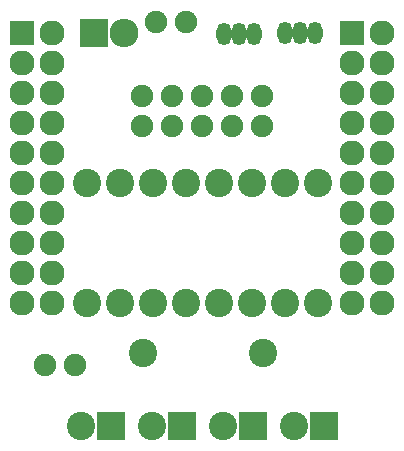
<source format=gts>
G04 #@! TF.FileFunction,Soldermask,Top*
%FSLAX46Y46*%
G04 Gerber Fmt 4.6, Leading zero omitted, Abs format (unit mm)*
G04 Created by KiCad (PCBNEW (2015-05-19 BZR 5670)-product) date 04.11.2016 21:30:30*
%MOMM*%
G01*
G04 APERTURE LIST*
%ADD10C,0.150000*%
%ADD11C,2.398980*%
%ADD12R,2.127200X2.127200*%
%ADD13O,2.127200X2.127200*%
%ADD14C,1.906220*%
%ADD15C,1.901140*%
%ADD16R,2.400000X2.400000*%
%ADD17C,2.400000*%
%ADD18O,1.299160X1.901140*%
%ADD19R,2.432000X2.432000*%
%ADD20O,2.432000X2.432000*%
G04 APERTURE END LIST*
D10*
D11*
X18606000Y14600000D03*
X18606000Y24760000D03*
D12*
X4752200Y37460000D03*
D13*
X7292200Y37460000D03*
X4752200Y34920000D03*
X7292200Y34920000D03*
X4752200Y32380000D03*
X7292200Y32380000D03*
X4752200Y29840000D03*
X7292200Y29840000D03*
X4752200Y27300000D03*
X7292200Y27300000D03*
X4752200Y24760000D03*
X7292200Y24760000D03*
X4752200Y22220000D03*
X7292200Y22220000D03*
X4752200Y19680000D03*
X7292200Y19680000D03*
X4752200Y17140000D03*
X7292200Y17140000D03*
X4752200Y14600000D03*
X7292200Y14600000D03*
D12*
X32692200Y37460000D03*
D13*
X35232200Y37460000D03*
X32692200Y34920000D03*
X35232200Y34920000D03*
X32692200Y32380000D03*
X35232200Y32380000D03*
X32692200Y29840000D03*
X35232200Y29840000D03*
X32692200Y27300000D03*
X35232200Y27300000D03*
X32692200Y24760000D03*
X35232200Y24760000D03*
X32692200Y22220000D03*
X35232200Y22220000D03*
X32692200Y19680000D03*
X35232200Y19680000D03*
X32692200Y17140000D03*
X35232200Y17140000D03*
X32692200Y14600000D03*
X35232200Y14600000D03*
D14*
X14912200Y29586000D03*
X14912200Y32126000D03*
X17452200Y29586000D03*
X17452200Y32126000D03*
X19992200Y29586000D03*
X19992200Y32126000D03*
X22532200Y29586000D03*
X22532200Y32126000D03*
X25072200Y29586000D03*
X25072200Y32126000D03*
D15*
X18656800Y38442300D03*
X16116800Y38442300D03*
D16*
X24318000Y4216000D03*
D17*
X21778000Y4216000D03*
D16*
X18278000Y4216000D03*
D17*
X15738000Y4216000D03*
D16*
X12278000Y4216000D03*
D17*
X9738000Y4216000D03*
D16*
X30278000Y4216000D03*
D17*
X27738000Y4216000D03*
D18*
X23127200Y37388200D03*
X24397200Y37388200D03*
X21857200Y37388200D03*
X28308800Y37515200D03*
X29578800Y37515200D03*
X27038800Y37515200D03*
D11*
X10224000Y24796000D03*
X10224000Y14636000D03*
X29782000Y14600000D03*
X29782000Y24760000D03*
X26988000Y14600000D03*
X26988000Y24760000D03*
X24194000Y24764400D03*
X24194000Y14604400D03*
X21400000Y14604400D03*
X21400000Y24764400D03*
X15812000Y14600000D03*
X15812000Y24760000D03*
X13018000Y14600000D03*
X13018000Y24760000D03*
X25158000Y10396000D03*
X14998000Y10396000D03*
D15*
X9200000Y9400000D03*
X6660000Y9400000D03*
D19*
X10808200Y37502500D03*
D20*
X13348200Y37502500D03*
M02*

</source>
